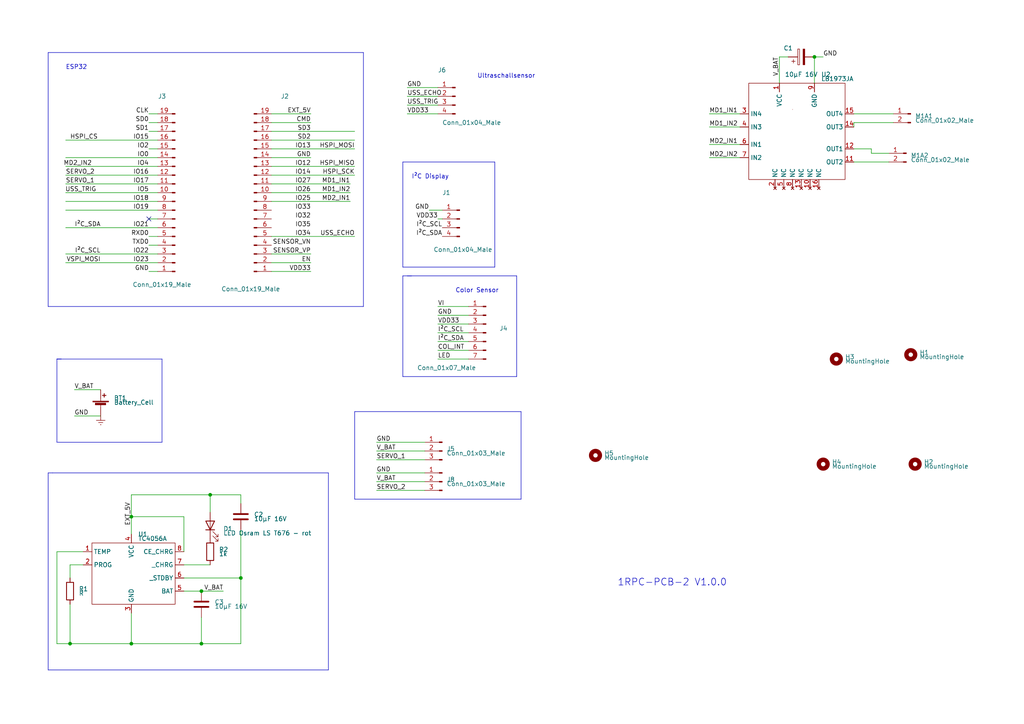
<source format=kicad_sch>
(kicad_sch (version 20220104) (generator eeschema)
  (paper "A4")
  (lib_symbols
    (symbol "Connector:Conn_01x02_Male" (pin_names (offset 1.016) hide)
      (property "Reference" "J" (at 0 2.54 0))
      (property "Value" "Conn_01x02_Male" (at 0 -5.08 0))
      (symbol "Conn_01x02_Male_1_1"
        (polyline (pts (xy 1.27 -2.54) (xy 0.8636 -2.54)) (stroke (width 0.1524)))
        (polyline (pts (xy 1.27 0) (xy 0.8636 0)) (stroke (width 0.1524)))
        (rectangle (start 0.8636 -2.413) (end 0 -2.667) (stroke (width 0.1524)) (fill (type outline)))
        (rectangle (start 0.8636 0.127) (end 0 -0.127) (stroke (width 0.1524)) (fill (type outline)))
        (pin passive line (at 5.08 0 180) (length 3.81) (name "Pin_1") (number "1"))
        (pin passive line (at 5.08 -2.54 180) (length 3.81) (name "Pin_2") (number "2"))
      )
    )
    (symbol "Connector:Conn_01x03_Male" (pin_names (offset 1.016) hide)
      (property "Reference" "J" (at 0 5.08 0))
      (property "Value" "Conn_01x03_Male" (at 0 -5.08 0))
      (symbol "Conn_01x03_Male_1_1"
        (polyline (pts (xy 1.27 -2.54) (xy 0.8636 -2.54)) (stroke (width 0.1524)))
        (polyline (pts (xy 1.27 0) (xy 0.8636 0)) (stroke (width 0.1524)))
        (polyline (pts (xy 1.27 2.54) (xy 0.8636 2.54)) (stroke (width 0.1524)))
        (rectangle (start 0.8636 -2.413) (end 0 -2.667) (stroke (width 0.1524)) (fill (type outline)))
        (rectangle (start 0.8636 0.127) (end 0 -0.127) (stroke (width 0.1524)) (fill (type outline)))
        (rectangle (start 0.8636 2.667) (end 0 2.413) (stroke (width 0.1524)) (fill (type outline)))
        (pin passive line (at 5.08 2.54 180) (length 3.81) (name "Pin_1") (number "1"))
        (pin passive line (at 5.08 0 180) (length 3.81) (name "Pin_2") (number "2"))
        (pin passive line (at 5.08 -2.54 180) (length 3.81) (name "Pin_3") (number "3"))
      )
    )
    (symbol "Connector:Conn_01x04_Male" (pin_names (offset 1.016) hide)
      (property "Reference" "J" (at 0 5.08 0))
      (property "Value" "Conn_01x04_Male" (at 0 -7.62 0))
      (symbol "Conn_01x04_Male_1_1"
        (polyline (pts (xy 1.27 -5.08) (xy 0.8636 -5.08)) (stroke (width 0.1524)))
        (polyline (pts (xy 1.27 -2.54) (xy 0.8636 -2.54)) (stroke (width 0.1524)))
        (polyline (pts (xy 1.27 0) (xy 0.8636 0)) (stroke (width 0.1524)))
        (polyline (pts (xy 1.27 2.54) (xy 0.8636 2.54)) (stroke (width 0.1524)))
        (rectangle (start 0.8636 -4.953) (end 0 -5.207) (stroke (width 0.1524)) (fill (type outline)))
        (rectangle (start 0.8636 -2.413) (end 0 -2.667) (stroke (width 0.1524)) (fill (type outline)))
        (rectangle (start 0.8636 0.127) (end 0 -0.127) (stroke (width 0.1524)) (fill (type outline)))
        (rectangle (start 0.8636 2.667) (end 0 2.413) (stroke (width 0.1524)) (fill (type outline)))
        (pin passive line (at 5.08 2.54 180) (length 3.81) (name "Pin_1") (number "1"))
        (pin passive line (at 5.08 0 180) (length 3.81) (name "Pin_2") (number "2"))
        (pin passive line (at 5.08 -2.54 180) (length 3.81) (name "Pin_3") (number "3"))
        (pin passive line (at 5.08 -5.08 180) (length 3.81) (name "Pin_4") (number "4"))
      )
    )
    (symbol "Connector:Conn_01x07_Male" (pin_names (offset 1.016) hide)
      (property "Reference" "J" (at 0 10.16 0))
      (property "Value" "Conn_01x07_Male" (at 0 -10.16 0))
      (symbol "Conn_01x07_Male_1_1"
        (polyline (pts (xy 1.27 -7.62) (xy 0.8636 -7.62)) (stroke (width 0.1524)))
        (polyline (pts (xy 1.27 -5.08) (xy 0.8636 -5.08)) (stroke (width 0.1524)))
        (polyline (pts (xy 1.27 -2.54) (xy 0.8636 -2.54)) (stroke (width 0.1524)))
        (polyline (pts (xy 1.27 0) (xy 0.8636 0)) (stroke (width 0.1524)))
        (polyline (pts (xy 1.27 2.54) (xy 0.8636 2.54)) (stroke (width 0.1524)))
        (polyline (pts (xy 1.27 5.08) (xy 0.8636 5.08)) (stroke (width 0.1524)))
        (polyline (pts (xy 1.27 7.62) (xy 0.8636 7.62)) (stroke (width 0.1524)))
        (rectangle (start 0.8636 -7.493) (end 0 -7.747) (stroke (width 0.1524)) (fill (type outline)))
        (rectangle (start 0.8636 -4.953) (end 0 -5.207) (stroke (width 0.1524)) (fill (type outline)))
        (rectangle (start 0.8636 -2.413) (end 0 -2.667) (stroke (width 0.1524)) (fill (type outline)))
        (rectangle (start 0.8636 0.127) (end 0 -0.127) (stroke (width 0.1524)) (fill (type outline)))
        (rectangle (start 0.8636 2.667) (end 0 2.413) (stroke (width 0.1524)) (fill (type outline)))
        (rectangle (start 0.8636 5.207) (end 0 4.953) (stroke (width 0.1524)) (fill (type outline)))
        (rectangle (start 0.8636 7.747) (end 0 7.493) (stroke (width 0.1524)) (fill (type outline)))
        (pin passive line (at 5.08 7.62 180) (length 3.81) (name "Pin_1") (number "1"))
        (pin passive line (at 5.08 5.08 180) (length 3.81) (name "Pin_2") (number "2"))
        (pin passive line (at 5.08 2.54 180) (length 3.81) (name "Pin_3") (number "3"))
        (pin passive line (at 5.08 0 180) (length 3.81) (name "Pin_4") (number "4"))
        (pin passive line (at 5.08 -2.54 180) (length 3.81) (name "Pin_5") (number "5"))
        (pin passive line (at 5.08 -5.08 180) (length 3.81) (name "Pin_6") (number "6"))
        (pin passive line (at 5.08 -7.62 180) (length 3.81) (name "Pin_7") (number "7"))
      )
    )
    (symbol "Connector:Conn_01x19_Male" (pin_names (offset 1.016) hide)
      (property "Reference" "J" (at 0 25.4 0))
      (property "Value" "Conn_01x19_Male" (at 0 -25.4 0))
      (symbol "Conn_01x19_Male_1_1"
        (polyline (pts (xy 1.27 -22.86) (xy 0.8636 -22.86)) (stroke (width 0.1524)))
        (polyline (pts (xy 1.27 -20.32) (xy 0.8636 -20.32)) (stroke (width 0.1524)))
        (polyline (pts (xy 1.27 -17.78) (xy 0.8636 -17.78)) (stroke (width 0.1524)))
        (polyline (pts (xy 1.27 -15.24) (xy 0.8636 -15.24)) (stroke (width 0.1524)))
        (polyline (pts (xy 1.27 -12.7) (xy 0.8636 -12.7)) (stroke (width 0.1524)))
        (polyline (pts (xy 1.27 -10.16) (xy 0.8636 -10.16)) (stroke (width 0.1524)))
        (polyline (pts (xy 1.27 -7.62) (xy 0.8636 -7.62)) (stroke (width 0.1524)))
        (polyline (pts (xy 1.27 -5.08) (xy 0.8636 -5.08)) (stroke (width 0.1524)))
        (polyline (pts (xy 1.27 -2.54) (xy 0.8636 -2.54)) (stroke (width 0.1524)))
        (polyline (pts (xy 1.27 0) (xy 0.8636 0)) (stroke (width 0.1524)))
        (polyline (pts (xy 1.27 2.54) (xy 0.8636 2.54)) (stroke (width 0.1524)))
        (polyline (pts (xy 1.27 5.08) (xy 0.8636 5.08)) (stroke (width 0.1524)))
        (polyline (pts (xy 1.27 7.62) (xy 0.8636 7.62)) (stroke (width 0.1524)))
        (polyline (pts (xy 1.27 10.16) (xy 0.8636 10.16)) (stroke (width 0.1524)))
        (polyline (pts (xy 1.27 12.7) (xy 0.8636 12.7)) (stroke (width 0.1524)))
        (polyline (pts (xy 1.27 15.24) (xy 0.8636 15.24)) (stroke (width 0.1524)))
        (polyline (pts (xy 1.27 17.78) (xy 0.8636 17.78)) (stroke (width 0.1524)))
        (polyline (pts (xy 1.27 20.32) (xy 0.8636 20.32)) (stroke (width 0.1524)))
        (polyline (pts (xy 1.27 22.86) (xy 0.8636 22.86)) (stroke (width 0.1524)))
        (rectangle (start 0.8636 -22.733) (end 0 -22.987) (stroke (width 0.1524)) (fill (type outline)))
        (rectangle (start 0.8636 -20.193) (end 0 -20.447) (stroke (width 0.1524)) (fill (type outline)))
        (rectangle (start 0.8636 -17.653) (end 0 -17.907) (stroke (width 0.1524)) (fill (type outline)))
        (rectangle (start 0.8636 -15.113) (end 0 -15.367) (stroke (width 0.1524)) (fill (type outline)))
        (rectangle (start 0.8636 -12.573) (end 0 -12.827) (stroke (width 0.1524)) (fill (type outline)))
        (rectangle (start 0.8636 -10.033) (end 0 -10.287) (stroke (width 0.1524)) (fill (type outline)))
        (rectangle (start 0.8636 -7.493) (end 0 -7.747) (stroke (width 0.1524)) (fill (type outline)))
        (rectangle (start 0.8636 -4.953) (end 0 -5.207) (stroke (width 0.1524)) (fill (type outline)))
        (rectangle (start 0.8636 -2.413) (end 0 -2.667) (stroke (width 0.1524)) (fill (type outline)))
        (rectangle (start 0.8636 0.127) (end 0 -0.127) (stroke (width 0.1524)) (fill (type outline)))
        (rectangle (start 0.8636 2.667) (end 0 2.413) (stroke (width 0.1524)) (fill (type outline)))
        (rectangle (start 0.8636 5.207) (end 0 4.953) (stroke (width 0.1524)) (fill (type outline)))
        (rectangle (start 0.8636 7.747) (end 0 7.493) (stroke (width 0.1524)) (fill (type outline)))
        (rectangle (start 0.8636 10.287) (end 0 10.033) (stroke (width 0.1524)) (fill (type outline)))
        (rectangle (start 0.8636 12.827) (end 0 12.573) (stroke (width 0.1524)) (fill (type outline)))
        (rectangle (start 0.8636 15.367) (end 0 15.113) (stroke (width 0.1524)) (fill (type outline)))
        (rectangle (start 0.8636 17.907) (end 0 17.653) (stroke (width 0.1524)) (fill (type outline)))
        (rectangle (start 0.8636 20.447) (end 0 20.193) (stroke (width 0.1524)) (fill (type outline)))
        (rectangle (start 0.8636 22.987) (end 0 22.733) (stroke (width 0.1524)) (fill (type outline)))
        (pin passive line (at 5.08 22.86 180) (length 3.81) (name "Pin_1") (number "1"))
        (pin passive line (at 5.08 0 180) (length 3.81) (name "Pin_10") (number "10"))
        (pin passive line (at 5.08 -2.54 180) (length 3.81) (name "Pin_11") (number "11"))
        (pin passive line (at 5.08 -5.08 180) (length 3.81) (name "Pin_12") (number "12"))
        (pin passive line (at 5.08 -7.62 180) (length 3.81) (name "Pin_13") (number "13"))
        (pin passive line (at 5.08 -10.16 180) (length 3.81) (name "Pin_14") (number "14"))
        (pin passive line (at 5.08 -12.7 180) (length 3.81) (name "Pin_15") (number "15"))
        (pin passive line (at 5.08 -15.24 180) (length 3.81) (name "Pin_16") (number "16"))
        (pin passive line (at 5.08 -17.78 180) (length 3.81) (name "Pin_17") (number "17"))
        (pin passive line (at 5.08 -20.32 180) (length 3.81) (name "Pin_18") (number "18"))
        (pin passive line (at 5.08 -22.86 180) (length 3.81) (name "Pin_19") (number "19"))
        (pin passive line (at 5.08 20.32 180) (length 3.81) (name "Pin_2") (number "2"))
        (pin passive line (at 5.08 17.78 180) (length 3.81) (name "Pin_3") (number "3"))
        (pin passive line (at 5.08 15.24 180) (length 3.81) (name "Pin_4") (number "4"))
        (pin passive line (at 5.08 12.7 180) (length 3.81) (name "Pin_5") (number "5"))
        (pin passive line (at 5.08 10.16 180) (length 3.81) (name "Pin_6") (number "6"))
        (pin passive line (at 5.08 7.62 180) (length 3.81) (name "Pin_7") (number "7"))
        (pin passive line (at 5.08 5.08 180) (length 3.81) (name "Pin_8") (number "8"))
        (pin passive line (at 5.08 2.54 180) (length 3.81) (name "Pin_9") (number "9"))
      )
    )
    (symbol "Device:Battery_Cell" (pin_numbers hide) (pin_names (offset 0) hide)
      (property "Reference" "BT" (at 2.54 2.54 0))
      (property "Value" "Battery_Cell" (at 2.54 0 0))
      (symbol "Battery_Cell_0_1"
        (rectangle (start -2.286 1.778) (end 2.286 1.524) (fill (type outline)))
        (rectangle (start -1.5748 1.1938) (end 1.4732 0.6858) (fill (type outline)))
        (polyline (pts (xy 0 0.762) (xy 0 0)))
        (polyline (pts (xy 0 1.778) (xy 0 2.54)))
        (polyline (pts (xy 0.508 3.429) (xy 1.524 3.429)) (stroke (width 0.254)))
        (polyline (pts (xy 1.016 3.937) (xy 1.016 2.921)) (stroke (width 0.254)))
      )
      (symbol "Battery_Cell_1_1"
        (pin passive line (at 0 5.08 270) (length 2.54) (name "+") (number "1"))
        (pin passive line (at 0 -2.54 90) (length 2.54) (name "-") (number "2"))
      )
    )
    (symbol "Device:C" (pin_numbers hide) (pin_names (offset 0.254))
      (property "Reference" "C" (at 0.635 2.54 0))
      (property "Value" "C" (at 0.635 -2.54 0))
      (symbol "C_0_1"
        (polyline (pts (xy -2.032 -0.762) (xy 2.032 -0.762)) (stroke (width 0.508)))
        (polyline (pts (xy -2.032 0.762) (xy 2.032 0.762)) (stroke (width 0.508)))
      )
      (symbol "C_1_1"
        (pin passive line (at 0 3.81 270) (length 2.794) (name "~") (number "1"))
        (pin passive line (at 0 -3.81 90) (length 2.794) (name "~") (number "2"))
      )
    )
    (symbol "Device:C_Polarized" (pin_numbers hide) (pin_names (offset 0.254))
      (property "Reference" "C" (at 0.635 2.54 0))
      (property "Value" "C_Polarized" (at 0.635 -2.54 0))
      (symbol "C_Polarized_0_1"
        (rectangle (start -2.286 0.508) (end 2.286 1.016))
        (polyline (pts (xy -1.778 2.286) (xy -0.762 2.286)))
        (polyline (pts (xy -1.27 2.794) (xy -1.27 1.778)))
        (rectangle (start 2.286 -0.508) (end -2.286 -1.016) (fill (type outline)))
      )
      (symbol "C_Polarized_1_1"
        (pin passive line (at 0 3.81 270) (length 2.794) (name "~") (number "1"))
        (pin passive line (at 0 -3.81 90) (length 2.794) (name "~") (number "2"))
      )
    )
    (symbol "Device:LED" (pin_numbers hide) (pin_names (offset 1.016) hide)
      (property "Reference" "D" (at 0 2.54 0))
      (property "Value" "LED" (at 0 -2.54 0))
      (symbol "LED_0_1"
        (polyline (pts (xy -1.27 -1.27) (xy -1.27 1.27)) (stroke (width 0.254)))
        (polyline (pts (xy -1.27 0) (xy 1.27 0)))
        (polyline (pts (xy 1.27 -1.27) (xy 1.27 1.27) (xy -1.27 0) (xy 1.27 -1.27)) (stroke (width 0.254)))
        (polyline (pts (xy -3.048 -0.762) (xy -4.572 -2.286) (xy -3.81 -2.286) (xy -4.572 -2.286) (xy -4.572 -1.524)))
        (polyline (pts (xy -1.778 -0.762) (xy -3.302 -2.286) (xy -2.54 -2.286) (xy -3.302 -2.286) (xy -3.302 -1.524)))
      )
      (symbol "LED_1_1"
        (pin passive line (at -3.81 0 0) (length 2.54) (name "K") (number "1"))
        (pin passive line (at 3.81 0 180) (length 2.54) (name "A") (number "2"))
      )
    )
    (symbol "Device:R" (pin_numbers hide) (pin_names (offset 0))
      (property "Reference" "R" (at 2.032 0 90))
      (property "Value" "R" (at 0 0 90))
      (symbol "R_0_1"
        (rectangle (start -1.016 -2.54) (end 1.016 2.54) (stroke (width 0.254)))
      )
      (symbol "R_1_1"
        (pin passive line (at 0 3.81 270) (length 1.27) (name "~") (number "1"))
        (pin passive line (at 0 -3.81 90) (length 1.27) (name "~") (number "2"))
      )
    )
    (symbol "Mechanical:MountingHole" (pin_names (offset 1.016))
      (property "Reference" "H" (at 0 5.08 0))
      (property "Value" "MountingHole" (at 0 3.175 0))
      (symbol "MountingHole_0_1"
        (circle (center 0 0) (radius 1.27) (stroke (width 1.27)))
      )
    )
    (symbol "ch1:LB1973JA"
      (property "Reference" "U" (at 6.35 -11.43 0))
      (property "Value" "LB1973JA" (at 6.35 -24.13 0))
      (symbol "LB1973JA_0_1"
        (rectangle (start -7.62 -2.54) (end 20.32 -30.48))
        (rectangle (start 5.08 -10.16) (end 5.08 -10.16))
      )
      (symbol "LB1973JA_1_1"
        (pin power_in line (at 1.27 -2.54 270) (length 2.54) (name "VCC") (number "1"))
        (pin no_connect line (at 10.16 -33.02 90) (length 2.54) (name "NC") (number "10"))
        (pin output line (at 22.86 -25.4 180) (length 2.54) (name "OUT2") (number "11"))
        (pin output line (at 22.86 -21.59 180) (length 2.54) (name "OUT1") (number "12"))
        (pin no_connect line (at 7.62 -33.02 90) (length 2.54) (name "NC") (number "13"))
        (pin output line (at 22.86 -15.24 180) (length 2.54) (name "OUT3") (number "14"))
        (pin output line (at 22.86 -11.43 180) (length 2.54) (name "OUT4") (number "15"))
        (pin no_connect line (at 12.7 -33.02 90) (length 2.54) (name "NC") (number "16"))
        (pin no_connect line (at 0 -33.02 90) (length 2.54) (name "NC") (number "2"))
        (pin input line (at -10.16 -11.43 0) (length 2.54) (name "IN4") (number "3"))
        (pin input line (at -10.16 -15.24 0) (length 2.54) (name "IN3") (number "4"))
        (pin no_connect line (at 2.54 -33.02 90) (length 2.54) (name "NC") (number "5"))
        (pin input line (at -10.16 -20.32 0) (length 2.54) (name "IN1") (number "6"))
        (pin input line (at -10.16 -24.13 0) (length 2.54) (name "IN2") (number "7"))
        (pin no_connect line (at 5.08 -33.02 90) (length 2.54) (name "NC") (number "8"))
        (pin power_in line (at 11.43 -2.54 270) (length 2.54) (name "GND") (number "9"))
      )
    )
    (symbol "ch1:TC4056A"
      (property "Reference" "U" (at -2.54 15.24 0))
      (property "Value" "TC4056A" (at 3.81 -31.75 0))
      (symbol "TC4056A_0_1"
        (rectangle (start -3.81 10.16) (end 20.32 -7.62))
      )
      (symbol "TC4056A_1_1"
        (pin passive line (at -6.35 7.62 0) (length 2.54) (name "TEMP") (number "1"))
        (pin passive line (at -6.35 3.81 0) (length 2.54) (name "PROG") (number "2"))
        (pin passive line (at 7.62 -10.16 90) (length 2.54) (name "GND") (number "3"))
        (pin power_in line (at 7.62 12.7 270) (length 2.54) (name "VCC") (number "4"))
        (pin passive line (at 22.86 -3.81 180) (length 2.54) (name "BAT") (number "5"))
        (pin passive line (at 22.86 0 180) (length 2.54) (name "_STDBY") (number "6"))
        (pin passive line (at 22.86 3.81 180) (length 2.54) (name "_CHRG") (number "7"))
        (pin passive line (at 22.86 7.62 180) (length 2.54) (name "CE_CHRG") (number "8"))
      )
    )
    (symbol "power:Earth" (power) (pin_names (offset 0))
      (symbol "Earth_0_1"
        (polyline (pts (xy -0.635 -1.905) (xy 0.635 -1.905)))
        (polyline (pts (xy -0.127 -2.54) (xy 0.127 -2.54)))
        (polyline (pts (xy 0 -1.27) (xy 0 0)))
        (polyline (pts (xy 1.27 -1.27) (xy -1.27 -1.27)))
      )
      (symbol "Earth_1_1"
        (pin power_in line (at 0 0 270) (length 0) hide (name "Earth") (number "1"))
      )
    )
  )
  (junction (at 20.32 186.69))
  (junction (at 58.42 186.69))
  (junction (at 38.1 149.86))
  (junction (at 38.1 186.69))
  (junction (at 236.22 16.51))
  (junction (at 60.96 143.51))
  (junction (at 69.85 167.64))
  (junction (at 58.42 171.45))
  (no_connect (at 43.18 63.5))
  (wire (pts (xy 127 104.14) (xy 135.89 104.14)))
  (wire (pts (xy 43.18 68.58) (xy 45.72 68.58)))
  (wire (pts (xy 45.72 73.66) (xy 19.05 73.66)))
  (wire (pts (xy 247.65 46.99) (xy 257.81 46.99)))
  (polyline (pts (xy 13.97 137.16) (xy 15.24 137.16)))
  (wire (pts (xy 102.87 43.18) (xy 78.74 43.18)))
  (polyline (pts (xy 116.84 46.99) (xy 116.84 77.47)))
  (wire (pts (xy 78.74 68.58) (xy 102.87 68.58)))
  (polyline (pts (xy 13.97 194.31) (xy 13.97 137.16)))
  (wire (pts (xy 118.11 25.4) (xy 127 25.4)))
  (polyline (pts (xy 116.84 46.99) (xy 143.51 46.99)))
  (polyline (pts (xy 95.25 137.16) (xy 95.25 194.31)))
  (wire (pts (xy 118.11 33.02) (xy 127 33.02)))
  (polyline (pts (xy 46.99 128.27) (xy 16.51 128.27)))
  (wire (pts (xy 123.19 139.7) (xy 109.22 139.7)))
  (wire (pts (xy 53.34 149.86) (xy 38.1 149.86)))
  (wire (pts (xy 19.05 50.8) (xy 45.72 50.8)))
  (wire (pts (xy 205.74 36.83) (xy 214.63 36.83)))
  (wire (pts (xy 90.17 78.74) (xy 78.74 78.74)))
  (wire (pts (xy 58.42 186.69) (xy 38.1 186.69)))
  (wire (pts (xy 118.11 27.94) (xy 127 27.94)))
  (wire (pts (xy 45.72 76.2) (xy 19.05 76.2)))
  (wire (pts (xy 43.18 43.18) (xy 45.72 43.18)))
  (wire (pts (xy 247.65 35.56) (xy 247.65 36.83)))
  (polyline (pts (xy 116.84 77.47) (xy 143.51 77.47)))
  (polyline (pts (xy 16.51 104.14) (xy 46.99 104.14)))
  (polyline (pts (xy 95.25 194.31) (xy 13.97 194.31)))
  (wire (pts (xy 45.72 40.64) (xy 19.05 40.64)))
  (wire (pts (xy 226.06 16.51) (xy 228.6 16.51)))
  (wire (pts (xy 45.72 58.42) (xy 19.05 58.42)))
  (wire (pts (xy 16.51 186.69) (xy 20.32 186.69)))
  (wire (pts (xy 69.85 143.51) (xy 69.85 146.05)))
  (polyline (pts (xy 105.41 88.9) (xy 13.97 88.9)))
  (polyline (pts (xy 13.97 88.9) (xy 13.97 15.24)))
  (wire (pts (xy 38.1 149.86) (xy 38.1 154.94)))
  (wire (pts (xy 127 91.44) (xy 135.89 91.44)))
  (polyline (pts (xy 13.97 15.24) (xy 105.41 15.24)))
  (wire (pts (xy 90.17 33.02) (xy 78.74 33.02)))
  (wire (pts (xy 78.74 53.34) (xy 101.6 53.34)))
  (wire (pts (xy 53.34 171.45) (xy 58.42 171.45)))
  (wire (pts (xy 21.59 113.03) (xy 29.21 113.03)))
  (wire (pts (xy 90.17 45.72) (xy 78.74 45.72)))
  (wire (pts (xy 60.96 143.51) (xy 60.96 148.59)))
  (wire (pts (xy 247.65 43.18) (xy 252.73 43.18)))
  (wire (pts (xy 21.59 120.65) (xy 29.21 120.65)))
  (wire (pts (xy 69.85 153.67) (xy 69.85 167.64)))
  (wire (pts (xy 45.72 33.02) (xy 43.18 33.02)))
  (wire (pts (xy 58.42 179.07) (xy 58.42 186.69)))
  (wire (pts (xy 127 99.06) (xy 135.89 99.06)))
  (wire (pts (xy 102.87 50.8) (xy 78.74 50.8)))
  (wire (pts (xy 205.74 45.72) (xy 214.63 45.72)))
  (polyline (pts (xy 116.84 80.01) (xy 119.38 80.01)))
  (wire (pts (xy 236.22 16.51) (xy 238.76 16.51)))
  (wire (pts (xy 247.65 33.02) (xy 259.08 33.02)))
  (wire (pts (xy 109.22 128.27) (xy 123.19 128.27)))
  (wire (pts (xy 20.32 163.83) (xy 20.32 167.64)))
  (wire (pts (xy 127 96.52) (xy 135.89 96.52)))
  (wire (pts (xy 127 101.6) (xy 135.89 101.6)))
  (wire (pts (xy 20.32 186.69) (xy 38.1 186.69)))
  (wire (pts (xy 102.87 40.64) (xy 78.74 40.64)))
  (polyline (pts (xy 143.51 77.47) (xy 143.51 46.99)))
  (polyline (pts (xy 16.51 104.14) (xy 17.78 104.14)))
  (wire (pts (xy 20.32 175.26) (xy 20.32 186.69)))
  (polyline (pts (xy 151.13 144.78) (xy 151.13 119.38)))
  (wire (pts (xy 43.18 71.12) (xy 45.72 71.12)))
  (wire (pts (xy 53.34 163.83) (xy 60.96 163.83)))
  (wire (pts (xy 45.72 45.72) (xy 19.05 45.72)))
  (polyline (pts (xy 105.41 15.24) (xy 105.41 88.9)))
  (wire (pts (xy 102.87 38.1) (xy 78.74 38.1)))
  (polyline (pts (xy 16.51 128.27) (xy 16.51 104.14)))
  (polyline (pts (xy 15.24 137.16) (xy 95.25 137.16)))
  (wire (pts (xy 127 63.5) (xy 128.27 63.5)))
  (wire (pts (xy 43.18 78.74) (xy 45.72 78.74)))
  (wire (pts (xy 43.18 38.1) (xy 45.72 38.1)))
  (wire (pts (xy 60.96 143.51) (xy 69.85 143.51)))
  (wire (pts (xy 19.05 53.34) (xy 45.72 53.34)))
  (wire (pts (xy 109.22 133.35) (xy 123.19 133.35)))
  (wire (pts (xy 38.1 143.51) (xy 60.96 143.51)))
  (polyline (pts (xy 46.99 104.14) (xy 46.99 128.27)))
  (polyline (pts (xy 118.11 80.01) (xy 149.86 80.01)))
  (wire (pts (xy 252.73 43.18) (xy 252.73 44.45)))
  (wire (pts (xy 69.85 167.64) (xy 69.85 186.69)))
  (wire (pts (xy 24.13 160.02) (xy 16.51 160.02)))
  (wire (pts (xy 118.11 30.48) (xy 127 30.48)))
  (polyline (pts (xy 116.84 109.22) (xy 116.84 80.01)))
  (wire (pts (xy 38.1 143.51) (xy 38.1 149.86)))
  (wire (pts (xy 127 93.98) (xy 135.89 93.98)))
  (wire (pts (xy 205.74 33.02) (xy 214.63 33.02)))
  (wire (pts (xy 226.06 16.51) (xy 226.06 24.13)))
  (wire (pts (xy 127 88.9) (xy 135.89 88.9)))
  (wire (pts (xy 78.74 55.88) (xy 101.6 55.88)))
  (wire (pts (xy 53.34 160.02) (xy 53.34 149.86)))
  (wire (pts (xy 45.72 55.88) (xy 19.05 55.88)))
  (wire (pts (xy 43.18 35.56) (xy 45.72 35.56)))
  (wire (pts (xy 16.51 160.02) (xy 16.51 186.69)))
  (wire (pts (xy 69.85 186.69) (xy 58.42 186.69)))
  (wire (pts (xy 109.22 142.24) (xy 123.19 142.24)))
  (wire (pts (xy 236.22 16.51) (xy 236.22 24.13)))
  (polyline (pts (xy 102.87 119.38) (xy 102.87 144.78)))
  (wire (pts (xy 43.18 63.5) (xy 45.72 63.5)))
  (polyline (pts (xy 102.87 144.78) (xy 151.13 144.78)))
  (wire (pts (xy 109.22 137.16) (xy 123.19 137.16)))
  (wire (pts (xy 205.74 41.91) (xy 214.63 41.91)))
  (wire (pts (xy 123.19 130.81) (xy 109.22 130.81)))
  (polyline (pts (xy 149.86 109.22) (xy 116.84 109.22)))
  (wire (pts (xy 124.46 60.96) (xy 128.27 60.96)))
  (polyline (pts (xy 149.86 80.01) (xy 149.86 109.22)))
  (wire (pts (xy 78.74 58.42) (xy 101.6 58.42)))
  (wire (pts (xy 24.13 163.83) (xy 20.32 163.83)))
  (wire (pts (xy 102.87 48.26) (xy 78.74 48.26)))
  (wire (pts (xy 259.08 35.56) (xy 247.65 35.56)))
  (polyline (pts (xy 102.87 119.38) (xy 151.13 119.38)))
  (wire (pts (xy 45.72 60.96) (xy 19.05 60.96)))
  (wire (pts (xy 53.34 167.64) (xy 69.85 167.64)))
  (wire (pts (xy 45.72 48.26) (xy 19.05 48.26)))
  (wire (pts (xy 78.74 76.2) (xy 90.17 76.2)))
  (wire (pts (xy 38.1 177.8) (xy 38.1 186.69)))
  (wire (pts (xy 19.05 66.04) (xy 45.72 66.04)))
  (wire (pts (xy 78.74 73.66) (xy 90.17 73.66)))
  (wire (pts (xy 90.17 35.56) (xy 78.74 35.56)))
  (wire (pts (xy 58.42 171.45) (xy 64.77 171.45)))
  (wire (pts (xy 252.73 44.45) (xy 257.81 44.45)))
  (text "I²C Display" (at 119.38 52.07 0) (effects (font (size 1.27 1.27)) (justify left bottom)))
  (text "1RPC-PCB-2 V1.0.0" (at 179.07 170.18 0) (effects (font (size 2 2)) (justify left bottom)))
  (text "Ultraschallsensor" (at 138.43 22.86 0) (effects (font (size 1.27 1.27)) (justify left bottom)))
  (text "Color Sensor" (at 132.08 85.09 0) (effects (font (size 1.27 1.27)) (justify left bottom)))
  (text "ESP32 " (at 19.05 20.32 0) (effects (font (size 1.27 1.27)) (justify left bottom)))
  (label "IO16" (at 43.18 50.8 180))
  (label "HSPI_SCK" (at 102.87 50.8 180))
  (label "USS_TRIG" (at 27.94 55.88 180))
  (label "HSPI_MISO" (at 102.87 48.26 180))
  (label "V_BAT" (at 109.22 139.7 0))
  (label "IO23" (at 43.18 76.2 180))
  (label "MD2_IN1" (at 101.6 58.42 180))
  (label "IO15" (at 43.18 40.64 180))
  (label "EXT_5V" (at 90.17 33.02 180))
  (label "SD3" (at 90.17 38.1 180))
  (label "I²C_SCL" (at 29.21 73.66 180))
  (label "EN" (at 90.17 76.2 180))
  (label "VDD33" (at 127 93.98 0))
  (label "IO14" (at 90.17 50.8 180))
  (label "HSPI_MOSI" (at 102.87 43.18 180))
  (label "VSPI_MOSI" (at 29.21 76.2 180))
  (label "I²C_SCL" (at 128.27 66.04 180))
  (label "IO21" (at 43.18 66.04 180))
  (label "IO25" (at 90.17 58.42 180))
  (label "MD1_IN1" (at 101.6 53.34 180))
  (label "USS_ECHO" (at 102.87 68.58 180))
  (label "IO12" (at 90.17 48.26 180))
  (label "MD1_IN2" (at 205.74 36.83 0))
  (label "SENSOR_VN" (at 90.17 71.12 180))
  (label "SERVO_1" (at 19.05 53.34 0))
  (label "IO4" (at 43.18 48.26 180))
  (label "VSPI_CS" (at -10.16 53.34 180))
  (label "IO2" (at 43.18 43.18 180))
  (label "MD2_IN2" (at 205.74 45.72 0))
  (label "IO13" (at 90.17 43.18 180))
  (label "MD2_IN1" (at 205.74 41.91 0))
  (label "I²C_SDA" (at 128.27 68.58 180))
  (label "V_BAT" (at 21.59 113.03 0))
  (label "CMD" (at 90.17 35.56 180))
  (label "VI" (at 127 88.9 0))
  (label "GND" (at 118.11 25.4 0))
  (label "USS_ECHO" (at 118.11 27.94 0))
  (label "HSPI_CS" (at 20.32 40.64 0))
  (label "I²C_SDA" (at 127 99.06 0))
  (label "IO0" (at 43.18 45.72 180))
  (label "SD2" (at 90.17 40.64 180))
  (label "GND" (at 124.46 60.96 180))
  (label "GND" (at 90.17 45.72 180))
  (label "SERVO_2" (at 19.05 50.8 0))
  (label "V_BAT" (at 64.77 171.45 180))
  (label "IO35" (at 90.17 66.04 180))
  (label "GND" (at 109.22 137.16 0))
  (label "IO32" (at 90.17 63.5 180))
  (label "IO22" (at 43.18 73.66 180))
  (label "V_BAT" (at 226.06 16.51 270))
  (label "RXD0" (at 43.18 68.58 180))
  (label "IO17" (at 43.18 53.34 180))
  (label "TXD0" (at 43.18 71.12 180))
  (label "SD0" (at 43.18 35.56 180))
  (label "CLK" (at 43.18 33.02 180))
  (label "VSPI_MISO" (at -7.62 59.69 180))
  (label "IO18" (at 43.18 58.42 180))
  (label "VSPI_SCK" (at -6.35 55.88 180))
  (label "GND" (at 43.18 78.74 180))
  (label "SD1" (at 43.18 38.1 180))
  (label "I²C_SDA" (at 29.21 66.04 180))
  (label "COL_INT" (at 127 101.6 0))
  (label "MD1_IN2" (at 101.6 55.88 180))
  (label "GND" (at 109.22 128.27 0))
  (label "IO33" (at 90.17 60.96 180))
  (label "SERVO_2" (at 109.22 142.24 0))
  (label "VDD33" (at 90.17 78.74 180))
  (label "LED" (at 127 104.14 0))
  (label "IO27" (at 90.17 53.34 180))
  (label "I²C_SCL" (at 127 96.52 0))
  (label "IO5" (at 43.18 55.88 180))
  (label "VDD33" (at 127 63.5 180))
  (label "MD1_IN1" (at 205.74 33.02 0))
  (label "USS_TRIG" (at 118.11 30.48 0))
  (label "VDD33" (at 118.11 33.02 0))
  (label "IO34" (at 90.17 68.58 180))
  (label "IO19" (at 43.18 60.96 180))
  (label "IO26" (at 90.17 55.88 180))
  (label "SERVO_1" (at 109.22 133.35 0))
  (label "GND" (at 238.76 16.51 0))
  (label "MD2_IN2" (at 26.67 48.26 180))
  (label "V_BAT" (at 109.22 130.81 0))
  (label "EXT_5V" (at 38.1 152.4 90))
  (label "GND" (at 127 91.44 0))
  (label "GND" (at 21.59 120.65 0))
  (label "SENSOR_VP" (at 90.17 73.66 180))
  (symbol (lib_id "Connector:Conn_01x02_Male") (at 264.16 33.02 0) (mirror y) (unit 1)
    (property "Reference" "M1A1" (at 265.43 33.655 0) (effects (justify right)))
    (property "Value" "Conn_01x02_Male" (at 265.43 34.925 0) (effects (justify right)))
    (property "Footprint" "Connector_JST:JST_XH_B2B-XH-A_1x02_P2.50mm_Vertical" (effects hide))
  )
  (symbol (lib_id "Connector:Conn_01x19_Male") (at 50.8 55.88 180) (unit 1)
    (property "Reference" "J3" (at 46.99 27.94 0))
    (property "Value" "Conn_01x19_Male" (at 46.99 82.55 0))
    (property "Footprint" "Connector_PinSocket_2.54mm:PinSocket_1x19_P2.54mm_Vertical" (effects hide))
  )
  (symbol (lib_id "Connector:Conn_01x07_Male") (at 140.97 96.52 0) (mirror y) (unit 1)
    (property "Reference" "J4" (at 146.05 95.25 0))
    (property "Value" "Conn_01x07_Male" (at 129.54 106.68 0))
    (property "Footprint" "Connector_JST:JST_XH_B7B-XH-A_1x07_P2.50mm_Vertical" (effects hide))
  )
  (symbol (lib_id "Connector:Conn_01x03_Male") (at 128.27 139.7 0) (mirror y) (unit 1)
    (property "Reference" "J8" (at 129.54 139.065 0) (effects (justify right)))
    (property "Value" "Conn_01x03_Male" (at 129.54 140.335 0) (effects (justify right)))
    (property "Footprint" "Connector_JST:JST_XH_B3B-XH-A_1x03_P2.50mm_Vertical" (effects hide))
  )
  (symbol (lib_id "Device:C") (at 69.85 149.86 0) (unit 1)
    (property "Reference" "C2" (at 73.66 149.225 0) (effects (justify left)))
    (property "Value" "10µF 16V" (at 73.66 150.495 0) (effects (justify left)))
    (property "Footprint" "Capacitor_SMD:CP_Elec_6.3x3" (effects hide))
  )
  (symbol (lib_id "Device:R") (at 20.32 171.45 0) (unit 1)
    (property "Reference" "R1" (at 22.86 170.815 0) (effects (justify left)))
    (property "Value" "R" (at 22.86 172.085 0) (effects (justify left)))
    (property "Footprint" "Resistor_SMD:R_0805_2012Metric" (effects hide))
  )
  (symbol (lib_id "Device:C") (at 58.42 175.26 0) (unit 1)
    (property "Reference" "C3" (at 62.23 174.625 0) (effects (justify left)))
    (property "Value" "10µF 16V" (at 62.23 175.895 0) (effects (justify left)))
    (property "Footprint" "Capacitor_SMD:CP_Elec_6.3x3" (effects hide))
  )
  (symbol (lib_id "Connector:Conn_01x04_Male") (at 133.35 63.5 0) (mirror y) (unit 1)
    (property "Reference" "J1" (at 128.27 55.88 0) (effects (justify right)))
    (property "Value" "Conn_01x04_Male" (at 125.73 72.39 0) (effects (justify right)))
    (property "Footprint" "Connector_JST:JST_XH_B4B-XH-A_1x04_P2.50mm_Vertical" (effects hide))
  )
  (symbol (lib_id "Device:R") (at 60.96 160.02 0) (unit 1)
    (property "Reference" "R2" (at 63.5 159.385 0) (effects (justify left)))
    (property "Value" "1k" (at 63.5 160.655 0) (effects (justify left)))
    (property "Footprint" "Resistor_SMD:R_0805_2012Metric" (effects hide))
  )
  (symbol (lib_id "Device:C_Polarized") (at 232.41 16.51 90) (unit 1)
    (property "Reference" "C1" (at 228.6 13.97 90))
    (property "Value" "10µF 16V" (at 232.41 21.59 90))
    (property "Footprint" "Capacitor_SMD:CP_Elec_6.3x7.7" (effects hide))
  )
  (symbol (lib_id "Connector:Conn_01x04_Male") (at 132.08 27.94 0) (mirror y) (unit 1)
    (property "Reference" "J6" (at 127 20.32 0) (effects (justify right)))
    (property "Value" "Conn_01x04_Male" (at 128.27 35.56 0) (effects (justify right)))
    (property "Footprint" "Connector_PinSocket_2.54mm:PinSocket_1x04_P2.54mm_Vertical" (effects hide))
  )
  (symbol (lib_id "Mechanical:MountingHole") (at 242.57 104.14 0) (unit 1)
    (property "Reference" "H3" (at 245.11 103.505 0) (effects (justify left)))
    (property "Value" "MountingHole" (at 245.11 104.775 0) (effects (justify left)))
    (property "Footprint" "MountingHole:MountingHole_2.2mm_M2_DIN965_Pad_TopBottom" (effects hide))
  )
  (symbol (lib_id "ch1:TC4056A") (at 30.48 167.64 0) (unit 1)
    (property "Reference" "U1" (at 40.0559 154.94 0) (effects (justify left)))
    (property "Value" "TC4056A" (at 40.0559 156.21 0) (effects (justify left)))
    (property "Footprint" "Package_SO:SOIC-8-1EP_3.9x4.9mm_P1.27mm_EP2.41x3.81mm" (effects hide))
  )
  (symbol (lib_id "Device:LED") (at 60.96 152.4 90) (unit 1)
    (property "Reference" "D1" (at 64.77 153.3525 90) (effects (justify right)))
    (property "Value" "LED Osram LS T676 - rot" (at 64.77 154.6225 90) (effects (justify right)))
    (property "Footprint" "LED_SMD:LED_PLCC-2" (effects hide))
  )
  (symbol (lib_id "Mechanical:MountingHole") (at 264.16 102.87 0) (unit 1)
    (property "Reference" "H1" (at 266.7 102.235 0) (effects (justify left)))
    (property "Value" "MountingHole" (at 266.7 103.505 0) (effects (justify left)))
    (property "Footprint" "MountingHole:MountingHole_2.2mm_M2_DIN965_Pad_TopBottom" (effects hide))
  )
  (symbol (lib_id "Connector:Conn_01x03_Male") (at 128.27 130.81 0) (mirror y) (unit 1)
    (property "Reference" "J5" (at 129.54 130.175 0) (effects (justify right)))
    (property "Value" "Conn_01x03_Male" (at 129.54 131.445 0) (effects (justify right)))
    (property "Footprint" "Connector_JST:JST_XH_B3B-XH-A_1x03_P2.50mm_Vertical" (effects hide))
  )
  (symbol (lib_id "Mechanical:MountingHole") (at 172.72 132.08 0) (unit 1)
    (property "Reference" "H5" (at 175.26 131.445 0) (effects (justify left)))
    (property "Value" "MountingHole" (at 175.26 132.715 0) (effects (justify left)))
    (property "Footprint" "MountingHole:MountingHole_3.2mm_M3" (effects hide))
  )
  (symbol (lib_id "ch1:LB1973JA") (at 224.79 21.59 0) (unit 1)
    (property "Reference" "U2" (at 238.1759 21.59 0) (effects (justify left)))
    (property "Value" "LB1973JA" (at 238.1759 22.86 0) (effects (justify left)))
    (property "Footprint" "Package_SO:SSOP-16_4.4x5.2mm_P0.65mm" (effects hide))
  )
  (symbol (lib_id "Connector:Conn_01x19_Male") (at 73.66 55.88 0) (mirror x) (unit 1)
    (property "Reference" "J2" (at 83.82 27.94 0) (effects (justify right)))
    (property "Value" "Conn_01x19_Male" (at 81.28 83.82 0) (effects (justify right)))
    (property "Footprint" "Connector_PinSocket_2.54mm:PinSocket_1x19_P2.54mm_Vertical" (effects hide))
  )
  (symbol (lib_id "Device:Battery_Cell") (at 29.21 118.11 0) (unit 1)
    (property "Reference" "BT1" (at 33.02 115.443 0) (effects (justify left)))
    (property "Value" "Battery_Cell" (at 33.02 116.713 0) (effects (justify left)))
    (property "Footprint" "Battery:BatteryHolder_Keystone_1042_1x18650" (effects hide))
  )
  (symbol (lib_id "Mechanical:MountingHole") (at 238.76 134.62 0) (unit 1)
    (property "Reference" "H4" (at 241.3 133.985 0) (effects (justify left)))
    (property "Value" "MountingHole" (at 241.3 135.255 0) (effects (justify left)))
    (property "Footprint" "MountingHole:MountingHole_2.2mm_M2_DIN965_Pad_TopBottom" (effects hide))
  )
  (symbol (lib_id "Mechanical:MountingHole") (at 265.43 134.62 0) (unit 1)
    (property "Reference" "H2" (at 267.97 133.985 0) (effects (justify left)))
    (property "Value" "MountingHole" (at 267.97 135.255 0) (effects (justify left)))
    (property "Footprint" "MountingHole:MountingHole_2.2mm_M2_DIN965_Pad_TopBottom" (effects hide))
  )
  (symbol (lib_id "Connector:Conn_01x02_Male") (at 262.89 44.45 0) (mirror y) (unit 1)
    (property "Reference" "M1A2" (at 264.16 45.085 0) (effects (justify right)))
    (property "Value" "Conn_01x02_Male" (at 264.16 46.355 0) (effects (justify right)))
    (property "Footprint" "Connector_JST:JST_XH_B2B-XH-A_1x02_P2.50mm_Vertical" (effects hide))
  )
  (symbol (lib_id "power:Earth") (at 29.21 120.65 0) (unit 1)
    (property "Reference" "#PWR0101" (effects hide))
    (property "Value" "Earth" (effects hide))
  )
)
</source>
